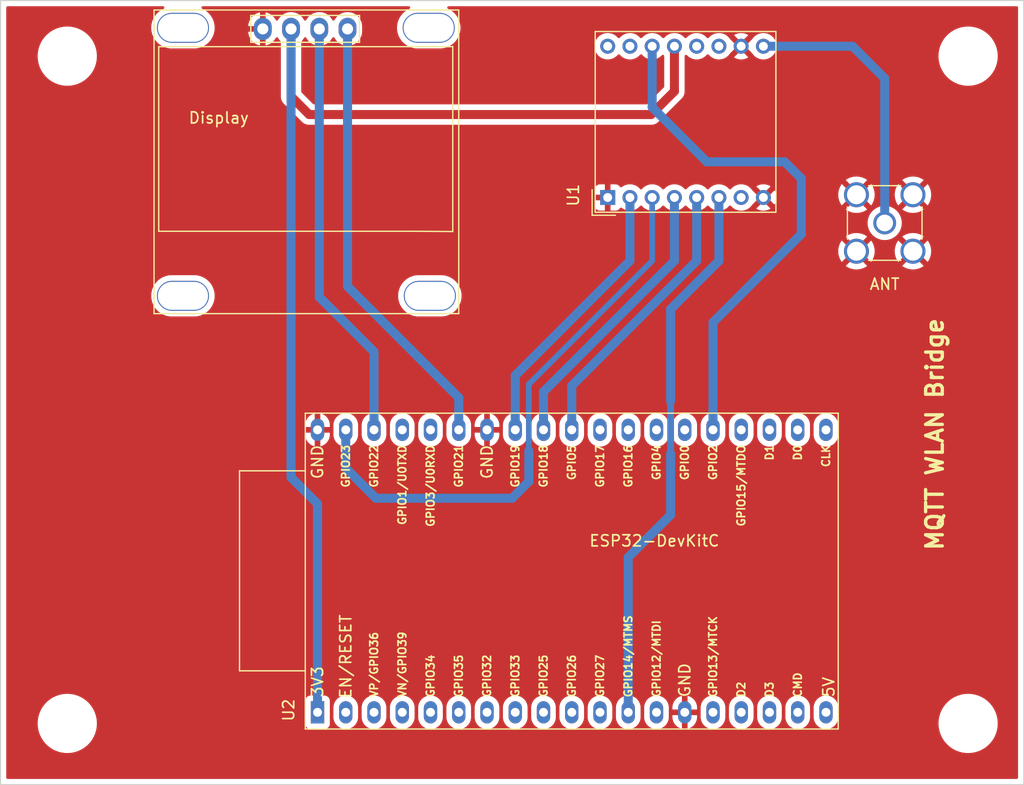
<source format=kicad_pcb>
(kicad_pcb (version 20211014) (generator pcbnew)
  (layers (0 "F.Cu" signal "Front") (31 "B.Cu" signal "Back") (34 "B.Paste" user) (35 "F.Paste" user) (36 "B.SilkS" user "B.Silkscreen") (37 "F.SilkS" user "F.Silkscreen") (38 "B.Mask" user) (39 "F.Mask" user) (44 "Edge.Cuts" user))
  (net 0 "")
  (net 1 "GND")
  (net 3 "+3.3V")
  (net 4 "MISO")
  (net 7 "MOSI")
  (net 8 "CLK")
  (net 11 "NSS")
  (net 28 "DI0")
  (net 29 "SDA")
  (net 33 "SCL")
  (net 34 "Net-(U1-Pad6)")
  (net 42 "Net-(J1-Pad1)")
  (footprint "MountingHole:MountingHole_4.3mm_M4" (layer "F.Cu") (at 154 32)
    (fp_text reference "REF**" hide)
    (fp_text value "MountingHole_4.3mm_M4" hide)
    (pad "" np_thru_hole circle (at 0 0) (size 4.3 4.3) (drill 4.3) (layers *.Cu *.Mask))
  )
  (footprint "Connector_Coaxial:SMA_Amphenol_901-144_Vertical" (layer "F.Cu") (at 146.5 47)
    (fp_text reference "ANT" (at 0 5.5) (layer "F.SilkS"))
    (fp_text value "Conn_Coaxial")
    (fp_line (start -3.355 -1.45) (end -3.355 1.45) (layer "F.SilkS") (width 0.12))
    (fp_line (start -1.45 3.355) (end 1.45 3.355) (layer "F.SilkS") (width 0.12))
    (fp_line (start -1.45 -3.355) (end 1.45 -3.355) (layer "F.SilkS") (width 0.12))
    (fp_line (start 3.355 -1.45) (end 3.355 1.45) (layer "F.SilkS") (width 0.12))
    (pad "1" thru_hole circle (at 0 0) (size 2.05 2.05) (drill 1.5) (layers *.Cu *.Mask) (net 42 "Net-(J1-Pad1)"))
    (pad "2" thru_hole circle (at -2.54 -2.54) (size 2.25 2.25) (drill 1.7) (layers *.Cu *.Mask) (net 1 "GND"))
    (pad "2" thru_hole circle (at 2.54 -2.54) (size 2.25 2.25) (drill 1.7) (layers *.Cu *.Mask) (net 1 "GND"))
    (pad "2" thru_hole circle (at 2.54 2.54) (size 2.25 2.25) (drill 1.7) (layers *.Cu *.Mask) (net 1 "GND"))
    (pad "2" thru_hole circle (at -2.54 2.54) (size 2.25 2.25) (drill 1.7) (layers *.Cu *.Mask) (net 1 "GND"))
  )
  (footprint "Espressif:ESP32-DevKitC" (layer "F.Cu") (at 95.5 91 90)
    (fp_text reference "U2" (at 0.2 -2.59656 90) (layer "F.SilkS"))
    (fp_text value "ESP32-DevKitC" (at 15.42 30.28688) (layer "F.SilkS"))
    (fp_text user "GPIO4" (at 24.13 30.48 90 unlocked) (layer "F.SilkS") (effects (font (size 0.7 0.7)) (justify right)))
    (fp_text user "3V3" (at 1.27 0 90 unlocked) (layer "F.SilkS") (effects (justify left)))
    (fp_text user "GPIO26" (at 1.27 22.86 90 unlocked) (layer "F.SilkS") (effects (font (size 0.7 0.7)) (justify left)))
    (fp_text user "5V" (at 1.26632 45.97128 90 unlocked) (layer "F.SilkS") (effects (justify left)))
    (fp_text user "D0" (at 24.13 43.18 90 unlocked) (layer "F.SilkS") (effects (font (size 0.7 0.7)) (justify right)))
    (fp_text user "GPIO2" (at 24.13 35.56 90 unlocked) (layer "F.SilkS") (effects (font (size 0.7 0.7)) (justify right)))
    (fp_text user "EN/RESET" (at 8.88632 2.53728 90 unlocked) (layer "F.SilkS") (effects (justify right)))
    (fp_text user "D1" (at 24.13 40.64 90 unlocked) (layer "F.SilkS") (effects (font (size 0.7 0.7)) (justify right)))
    (fp_text user "GPIO14/MTMS" (at 1.27 27.94 90 unlocked) (layer "F.SilkS") (effects (font (size 0.7 0.7)) (justify left)))
    (fp_text user "GPIO0" (at 24.13 33.02 90 unlocked) (layer "F.SilkS") (effects (font (size 0.7 0.7)) (justify right)))
    (fp_text user "GPIO12/MTDI" (at 1.27 30.48 90 unlocked) (layer "F.SilkS") (effects (font (size 0.7 0.7)) (justify left)))
    (fp_text user "GPIO18" (at 24.13 20.32 90 unlocked) (layer "F.SilkS") (effects (font (size 0.7 0.7)) (justify right)))
    (fp_text user "GPIO5" (at 24.13 22.86 90 unlocked) (layer "F.SilkS") (effects (font (size 0.7 0.7)) (justify right)))
    (fp_text user "GPIO16" (at 24.13 27.94 90 unlocked) (layer "F.SilkS") (effects (font (size 0.7 0.7)) (justify right)))
    (fp_text user "CLK" (at 24.13 45.72 90 unlocked) (layer "F.SilkS") (effects (font (size 0.7 0.7)) (justify right)))
    (fp_text user "GND" (at 24.13 0 90 unlocked) (layer "F.SilkS") (effects (justify right)))
    (fp_text user "GPIO22" (at 24.13 5.08 90 unlocked) (layer "F.SilkS") (effects (font (size 0.7 0.7)) (justify right)))
    (fp_text user "GPIO27" (at 1.27 25.4 90 unlocked) (layer "F.SilkS") (effects (font (size 0.7 0.7)) (justify left)))
    (fp_text user "GPIO23" (at 24.13 2.54 90 unlocked) (layer "F.SilkS") (effects (font (size 0.7 0.7)) (justify right)))
    (fp_text user "CMD" (at 1.27 43.18 90 unlocked) (layer "F.SilkS") (effects (font (size 0.7 0.7)) (justify left)))
    (fp_text user "GPIO1/U0TXD" (at 24.13 7.62 90 unlocked) (layer "F.SilkS") (effects (font (size 0.7 0.7)) (justify right)))
    (fp_text user "GPIO3/U0RXD" (at 24.13 10.16 90 unlocked) (layer "F.SilkS") (effects (font (size 0.7 0.7)) (justify right)))
    (fp_text user "GPIO17" (at 24.13 25.4 90 unlocked) (layer "F.SilkS") (effects (font (size 0.7 0.7)) (justify right)))
    (fp_text user "GPIO13/MTCK" (at 1.27 35.56 90 unlocked) (layer "F.SilkS") (effects (font (size 0.7 0.7)) (justify left)))
    (fp_text user "D2" (at 1.27 38.1 90 unlocked) (layer "F.SilkS") (effects (font (size 0.7 0.7)) (justify left)))
    (fp_text user "VP/GPIO36" (at 1.27 5.08 90 unlocked) (layer "F.SilkS") (effects (font (size 0.7 0.7)) (justify left)))
    (fp_text user "GPIO25" (at 1.27 20.32 90 unlocked) (layer "F.SilkS") (effects (font (size 0.7 0.7)) (justify left)))
    (fp_text user "GPIO32" (at 1.27 15.24 90 unlocked) (layer "F.SilkS") (effects (font (size 0.7 0.7)) (justify left)))
    (fp_text user "GPIO15/MTDO" (at 24.13 38.1 90 unlocked) (layer "F.SilkS") (effects (font (size 0.7 0.7)) (justify right)))
    (fp_text user "GPIO19" (at 24.13 17.78 90 unlocked) (layer "F.SilkS") (effects (font (size 0.7 0.7)) (justify right)))
    (fp_text user "GPIO34" (at 1.27 10.16 90 unlocked) (layer "F.SilkS") (effects (font (size 0.7 0.7)) (justify left)))
    (fp_text user "GPIO21" (at 24.13 12.7 90 unlocked) (layer "F.SilkS") (effects (font (size 0.7 0.7)) (justify right)))
    (fp_text user "GND" (at 24.13 15.24 90 unlocked) (layer "F.SilkS") (effects (justify right)))
    (fp_text user "GND" (at 1.27 33.02 90 unlocked) (layer "F.SilkS") (effects (justify left)))
    (fp_text user "GPIO33" (at 1.27 17.78 90 unlocked) (layer "F.SilkS") (effects (font (size 0.7 0.7)) (justify left)))
    (fp_text user "GPIO35" (at 1.27 12.7 90 unlocked) (layer "F.SilkS") (effects (font (size 0.7 0.7)) (justify left)))
    (fp_text user "VN/GPIO39" (at 1.27 7.62 90 unlocked) (layer "F.SilkS") (effects (font (size 0.7 0.7)) (justify left)))
    (fp_text user "D3" (at 1.27 40.64 90 unlocked) (layer "F.SilkS") (effects (font (size 0.7 0.7)) (justify left)))
    (fp_line (start 26.9 -1.1) (end -1.499999 -1.1) (layer "F.SilkS") (width 0.12))
    (fp_line (start 21.71332 -7.01312) (end 21.71332 -1.12032) (layer "F.SilkS") (width 0.12))
    (fp_line (start -1.499999 -1.1) (end -1.5 46.82) (layer "F.SilkS") (width 0.12))
    (fp_line (start 3.73012 -7.01312) (end 21.71332 -7.01312) (layer "F.SilkS") (width 0.12))
    (fp_line (start -1.5 46.82) (end 26.899999 46.82) (layer "F.SilkS") (width 0.12))
    (fp_line (start 26.899999 46.82) (end 26.9 -1.1) (layer "F.SilkS") (width 0.12))
    (fp_line (start 3.73012 -1.12032) (end 3.73012 -7.01312) (layer "F.SilkS") (width 0.12))
    (pad "1" thru_hole rect (at 0 0) (size 1.2 2) (drill 0.8) (layers *.Cu *.Mask) (net 3 "+3.3V"))
    (pad "2" thru_hole oval (at 0 2.54) (size 1.2 2) (drill 0.8) (layers *.Cu *.Mask))
    (pad "3" thru_hole oval (at 0 5.08) (size 1.2 2) (drill 0.8) (layers *.Cu *.Mask))
    (pad "4" thru_hole oval (at 0 7.62) (size 1.2 2) (drill 0.8) (layers *.Cu *.Mask))
    (pad "5" thru_hole oval (at 0 10.16) (size 1.2 2) (drill 0.8) (layers *.Cu *.Mask))
    (pad "6" thru_hole oval (at 0 12.7) (size 1.2 2) (drill 0.8) (layers *.Cu *.Mask))
    (pad "7" thru_hole oval (at 0 15.24) (size 1.2 2) (drill 0.8) (layers *.Cu *.Mask))
    (pad "8" thru_hole oval (at 0 17.78) (size 1.2 2) (drill 0.8) (layers *.Cu *.Mask))
    (pad "9" thru_hole oval (at 0 20.32) (size 1.2 2) (drill 0.8) (layers *.Cu *.Mask))
    (pad "10" thru_hole oval (at 0 22.86) (size 1.2 2) (drill 0.8) (layers *.Cu *.Mask))
    (pad "11" thru_hole oval (at 0 25.4) (size 1.2 2) (drill 0.8) (layers *.Cu *.Mask))
    (pad "12" thru_hole oval (at 0 27.94) (size 1.2 2) (drill 0.8) (layers *.Cu *.Mask) (net 34 "Net-(U1-Pad6)"))
    (pad "13" thru_hole oval (at 0 30.48) (size 1.2 2) (drill 0.8) (layers *.Cu *.Mask))
    (pad "14" thru_hole oval (at 0 33.02) (size 1.2 2) (drill 0.8) (layers *.Cu *.Mask) (net 1 "GND"))
    (pad "15" thru_hole oval (at 0 35.56) (size 1.2 2) (drill 0.8) (layers *.Cu *.Mask))
    (pad "16" thru_hole oval (at 0 38.1) (size 1.2 2) (drill 0.8) (layers *.Cu *.Mask))
    (pad "17" thru_hole oval (at 0 40.64) (size 1.2 2) (drill 0.8) (layers *.Cu *.Mask))
    (pad "18" thru_hole oval (at 0 43.18) (size 1.2 2) (drill 0.8) (layers *.Cu *.Mask))
    (pad "19" thru_hole oval (at 0 45.72) (size 1.2 2) (drill 0.8) (layers *.Cu *.Mask))
    (pad "20" thru_hole oval (at 25.39632 45.71728) (size 1.2 2) (drill 0.8) (layers *.Cu *.Mask))
    (pad "21" thru_hole oval (at 25.39632 43.17728) (size 1.2 2) (drill 0.8) (layers *.Cu *.Mask))
    (pad "22" thru_hole oval (at 25.4 40.64) (size 1.2 2) (drill 0.8) (layers *.Cu *.Mask))
    (pad "23" thru_hole oval (at 25.4 38.1) (size 1.2 2) (drill 0.8) (layers *.Cu *.Mask))
    (pad "24" thru_hole oval (at 25.4 35.56) (size 1.2 2) (drill 0.8) (layers *.Cu *.Mask) (net 28 "DI0"))
    (pad "25" thru_hole oval (at 25.4 33.02) (size 1.2 2) (drill 0.8) (layers *.Cu *.Mask))
    (pad "26" thru_hole oval (at 25.4 30.48) (size 1.2 2) (drill 0.8) (layers *.Cu *.Mask))
    (pad "27" thru_hole oval (at 25.4 27.94) (size 1.2 2) (drill 0.8) (layers *.Cu *.Mask))
    (pad "28" thru_hole oval (at 25.4 25.4) (size 1.2 2) (drill 0.8) (layers *.Cu *.Mask))
    (pad "29" thru_hole oval (at 25.4 22.86) (size 1.2 2) (drill 0.8) (layers *.Cu *.Mask) (net 11 "NSS"))
    (pad "30" thru_hole oval (at 25.4 20.32) (size 1.2 2) (drill 0.8) (layers *.Cu *.Mask) (net 8 "CLK"))
    (pad "31" thru_hole oval (at 25.4 17.78) (size 1.2 2) (drill 0.8) (layers *.Cu *.Mask) (net 4 "MISO"))
    (pad "32" thru_hole oval (at 25.4 15.24) (size 1.2 2) (drill 0.8) (layers *.Cu *.Mask) (net 1 "GND"))
    (pad "33" thru_hole oval (at 25.4 12.7) (size 1.2 2) (drill 0.8) (layers *.Cu *.Mask) (net 29 "SDA"))
    (pad "34" thru_hole oval (at 25.4 10.16) (size 1.2 2) (drill 0.8) (layers *.Cu *.Mask))
    (pad "35" thru_hole oval (at 25.4 7.62) (size 1.2 2) (drill 0.8) (layers *.Cu *.Mask))
    (pad "36" thru_hole oval (at 25.4 5.08) (size 1.2 2) (drill 0.8) (layers *.Cu *.Mask) (net 33 "SCL"))
    (pad "37" thru_hole oval (at 25.4 2.54) (size 1.2 2) (drill 0.8) (layers *.Cu *.Mask) (net 7 "MOSI"))
    (pad "38" thru_hole oval (at 25.4 0) (size 1.2 2) (drill 0.8) (layers *.Cu *.Mask) (net 1 "GND"))
  )
  (footprint "MountingHole:MountingHole_4.3mm_M4" (layer "F.Cu") (at 73 92)
    (fp_text reference "REF**" hide)
    (fp_text value "MountingHole_4.3mm_M4" hide)
    (pad "" np_thru_hole circle (at 0 0) (size 4.3 4.3) (drill 4.3) (layers *.Cu *.Mask))
  )
  (footprint "SSD1306:128x64OLED" (layer "F.Cu") (at 94.2 40.15)
    (fp_text reference "Display" (at -7.58 -2.6) (layer "F.SilkS"))
    (fp_text value "SSD1306")
    (fp_line (start -4.699 -11.811) (end 5.08 -11.811) (layer "F.SilkS") (width 0.12))
    (fp_line (start -13.4 -12.3) (end 14 -12.3) (layer "F.SilkS") (width 0.12))
    (fp_line (start 10.122 -9.005) (end 13.208 -9.005) (layer "F.SilkS") (width 0.12))
    (fp_line (start 10.122 7.595) (end -12.978 7.595) (layer "F.SilkS") (width 0.12))
    (fp_line (start 13.462 7.62) (end 13.462 -9.017) (layer "F.SilkS") (width 0.12))
    (fp_line (start 5.08 -11.811) (end 5.08 -9.398) (layer "F.SilkS") (width 0.12))
    (fp_line (start 14 -12.3) (end 14 15) (layer "F.SilkS") (width 0.12))
    (fp_line (start 5.08 -9.398) (end -4.699 -9.398) (layer "F.SilkS") (width 0.12))
    (fp_line (start -12.978 -9.005) (end 10.122 -9.005) (layer "F.SilkS") (width 0.12))
    (fp_line (start 13.462 -9.017) (end 13.208 -9.005) (layer "F.SilkS") (width 0.12))
    (fp_line (start -13.4 15) (end -13.4 -12.3) (layer "F.SilkS") (width 0.12))
    (fp_line (start 10.122 7.595) (end 13.462 7.62) (layer "F.SilkS") (width 0.12))
    (fp_line (start -12.978 7.595) (end -12.978 -9.005) (layer "F.SilkS") (width 0.12))
    (fp_line (start -4.699 -11.811) (end -4.699 -9.398) (layer "F.SilkS") (width 0.12))
    (fp_line (start 14 15) (end -13.4 15) (layer "F.SilkS") (width 0.12))
    (pad "" thru_hole oval locked (at 11.3 -10.7 180) (size 4.68 2.69) (drill oval 4.5 2.5) (layers *.Cu *.Mask))
    (pad "" thru_hole oval locked (at 11.4 13.4 180) (size 4.68 2.69) (drill oval 4.5 2.5) (layers *.Cu *.Mask))
    (pad "" thru_hole oval locked (at -10.8 13.4 180) (size 4.68 2.69) (drill oval 4.5 2.5) (layers *.Cu *.Mask))
    (pad "" thru_hole oval locked (at -10.8 -10.7 180) (size 4.68 2.69) (drill oval 4.5 2.5) (layers *.Cu *.Mask))
    (pad "1" thru_hole oval locked (at -3.62 -10.6 90) (size 2 1.6) (drill 1) (layers *.Cu *.Mask) (net 1 "GND"))
    (pad "2" thru_hole oval locked (at -1.08 -10.6 90) (size 2 1.6) (drill 1) (layers *.Cu *.Mask) (net 3 "+3.3V"))
    (pad "3" thru_hole oval locked (at 1.46 -10.6 90) (size 2 1.6) (drill 1) (layers *.Cu *.Mask) (net 33 "SCL"))
    (pad "4" thru_hole oval locked (at 4 -10.6 90) (size 2 1.6) (drill 1) (layers *.Cu *.Mask) (net 29 "SDA"))
  )
  (footprint "RF_Module:HOPERF_RFM9XW_THT" (layer "F.Cu") (at 121.5925 44.7075 90)
    (fp_text reference "U1" (at 0.2075 -3.0925 90) (layer "F.SilkS"))
    (fp_text value "RFM95W-868S2")
    (fp_line (start -1.6 0.7) (end -1.6 -1.4) (layer "F.SilkS") (width 0.12))
    (fp_line (start 14.925 15.125) (end -1.325 15.125) (layer "F.SilkS") (width 0.12))
    (fp_line (start -1.6 -1.4) (end 0.7 -1.4) (layer "F.SilkS") (width 0.12))
    (fp_line (start -1.325 -1.125) (end 14.925 -1.125) (layer "F.SilkS") (width 0.12))
    (fp_line (start -1.325 15.125) (end -1.325 -1.125) (layer "F.SilkS") (width 0.12))
    (fp_line (start 14.925 -1.125) (end 14.925 15.125) (layer "F.SilkS") (width 0.12))
    (pad "1" thru_hole rect locked (at 0 0 90) (size 1.35 1.35) (drill 0.8) (layers *.Cu *.Mask) (net 1 "GND"))
    (pad "2" thru_hole circle locked (at 0 2 90) (size 1.35 1.35) (drill 0.8) (layers *.Cu *.Mask) (net 4 "MISO"))
    (pad "3" thru_hole circle locked (at 0 4 90) (size 1.35 1.35) (drill 0.8) (layers *.Cu *.Mask) (net 7 "MOSI"))
    (pad "4" thru_hole circle locked (at 0 6 90) (size 1.35 1.35) (drill 0.8) (layers *.Cu *.Mask) (net 8 "CLK"))
    (pad "5" thru_hole circle locked (at 0 8 90) (size 1.35 1.35) (drill 0.8) (layers *.Cu *.Mask) (net 11 "NSS"))
    (pad "6" thru_hole circle locked (at 0 10 90) (size 1.35 1.35) (drill 0.8) (layers *.Cu *.Mask) (net 34 "Net-(U1-Pad6)"))
    (pad "7" thru_hole circle locked (at 0 12 90) (size 1.35 1.35) (drill 0.8) (layers *.Cu *.Mask))
    (pad "8" thru_hole circle locked (at 0 14 90) (size 1.35 1.35) (drill 0.8) (layers *.Cu *.Mask) (net 1 "GND"))
    (pad "9" thru_hole circle locked (at 13.6 14 90) (size 1.35 1.35) (drill 0.8) (layers *.Cu *.Mask) (net 42 "Net-(J1-Pad1)"))
    (pad "10" thru_hole circle locked (at 13.6 12 90) (size 1.35 1.35) (drill 0.8) (layers *.Cu *.Mask) (net 1 "GND"))
    (pad "11" thru_hole circle locked (at 13.6 10 90) (size 1.35 1.35) (drill 0.8) (layers *.Cu *.Mask))
    (pad "12" thru_hole circle locked (at 13.6 8 90) (size 1.35 1.35) (drill 0.8) (layers *.Cu *.Mask))
    (pad "13" thru_hole circle locked (at 13.6 6 90) (size 1.35 1.35) (drill 0.8) (layers *.Cu *.Mask) (net 3 "+3.3V"))
    (pad "14" thru_hole circle locked (at 13.6 4 90) (size 1.35 1.35) (drill 0.8) (layers *.Cu *.Mask) (net 28 "DI0"))
    (pad "15" thru_hole circle locked (at 13.6 2 90) (size 1.35 1.35) (drill 0.8) (layers *.Cu *.Mask))
    (pad "16" thru_hole circle locked (at 13.6 0 90) (size 1.35 1.35) (drill 0.8) (layers *.Cu *.Mask))
  )
  (footprint "MountingHole:MountingHole_4.3mm_M4" (layer "F.Cu") (at 73 32)
    (fp_text reference "REF**" hide)
    (fp_text value "MountingHole_4.3mm_M4" hide)
    (pad "" np_thru_hole circle (at 0 0) (size 4.3 4.3) (drill 4.3) (layers *.Cu *.Mask))
  )
  (footprint "MountingHole:MountingHole_4.3mm_M4" (layer "F.Cu") (at 154 92)
    (fp_text reference "REF**" hide)
    (fp_text value "MountingHole_4.3mm_M4" hide)
    (pad "" np_thru_hole circle (at 0 0) (size 4.3 4.3) (drill 4.3) (layers *.Cu *.Mask))
  )
  (gr_poly (pts (xy 159 97.5) (xy 67 97.5) (xy 67 27) (xy 159 27)) (layer "Edge.Cuts") (width 0.1) (fill none))
  (gr_text "MQTT WLAN Bridge" (at 151 66 90) (layer "F.SilkS") (effects (font (size 1.5 1.5) (thickness 0.3))))
  (segment (start 127.5925 35.1575) (end 127.5925 31.1075) (width 0.8128) (layer "F.Cu") (net 3))
  (segment (start 93.12 35.62) (end 94.75 37.25) (width 0.8128) (layer "F.Cu") (net 3))
  (segment (start 93.12 29.55) (end 93.12 35.62) (width 0.8128) (layer "F.Cu") (net 3))
  (segment (start 125.5 37.25) (end 127.5925 35.1575) (width 0.8128) (layer "F.Cu") (net 3))
  (segment (start 94.75 37.25) (end 125.5 37.25) (width 0.8128) (layer "F.Cu") (net 3))
  (segment (start 93.12 29.55) (end 93.12 69.87) (width 0.8128) (layer "B.Cu") (net 3))
  (segment (start 95.5 72.25) (end 93.12 69.87) (width 0.8128) (layer "B.Cu") (net 3))
  (segment (start 95.5 91) (end 95.5 72.25) (width 0.8128) (layer "B.Cu") (net 3))
  (segment (start 113.28 60.72) (end 113.28 65.6) (width 0.8128) (layer "B.Cu") (net 4))
  (segment (start 123.5925 50.4075) (end 113.28 60.72) (width 0.8128) (layer "B.Cu") (net 4))
  (segment (start 123.5925 44.7075) (end 123.5925 50.4075) (width 0.8128) (layer "B.Cu") (net 4))
  (segment (start 98.04 65.6) (end 98.04 69.04) (width 0.8128) (layer "B.Cu") (net 7))
  (segment (start 114.5 70.25) (end 114.5 67.5) (width 0.8128) (layer "B.Cu") (net 7))
  (segment (start 125.5925 44.7075) (end 125.5925 50.4075) (width 0.508) (layer "B.Cu") (net 7))
  (segment (start 98.04 69.04) (end 100.75 71.75) (width 0.8128) (layer "B.Cu") (net 7))
  (segment (start 100.75 71.75) (end 113 71.75) (width 0.8128) (layer "B.Cu") (net 7))
  (segment (start 114.5 61.5) (end 115.5 60.5) (width 0.508) (layer "B.Cu") (net 7))
  (segment (start 113 71.75) (end 114.5 70.25) (width 0.8128) (layer "B.Cu") (net 7))
  (segment (start 125.5925 50.4075) (end 115.5 60.5) (width 0.508) (layer "B.Cu") (net 7))
  (segment (start 114.5 67.5) (end 114.5 61.5) (width 0.508) (layer "B.Cu") (net 7))
  (segment (start 127.5925 44.7075) (end 127.5925 50.4075) (width 0.8128) (layer "B.Cu") (net 8))
  (segment (start 115.82 62.18) (end 115.82 65.6) (width 0.8128) (layer "B.Cu") (net 8))
  (segment (start 127.5925 50.4075) (end 115.82 62.18) (width 0.8128) (layer "B.Cu") (net 8))
  (segment (start 118.36 65.6) (end 118.36 61.64) (width 0.8128) (layer "B.Cu") (net 11))
  (segment (start 129.5925 50.4075) (end 129.5925 44.7075) (width 0.8128) (layer "B.Cu") (net 11))
  (segment (start 118.36 61.64) (end 129.5925 50.4075) (width 0.8128) (layer "B.Cu") (net 11))
  (segment (start 131.06 55.94) (end 131.06 65.6) (width 0.8128) (layer "B.Cu") (net 28))
  (segment (start 125.5925 31.1075) (end 125.5925 36.5925) (width 0.8128) (layer "B.Cu") (net 28))
  (segment (start 137.5 41.5) (end 139 43) (width 0.8128) (layer "B.Cu") (net 28))
  (segment (start 130.5 41.5) (end 137.5 41.5) (width 0.8128) (layer "B.Cu") (net 28))
  (segment (start 125.5925 36.5925) (end 130.5 41.5) (width 0.8128) (layer "B.Cu") (net 28))
  (segment (start 139 48) (end 131.06 55.94) (width 0.8128) (layer "B.Cu") (net 28))
  (segment (start 139 43) (end 139 48) (width 0.8128) (layer "B.Cu") (net 28))
  (segment (start 98.2 52.7) (end 98.2 29.55) (width 0.8128) (layer "B.Cu") (net 29))
  (segment (start 108.2 62.7) (end 98.2 52.7) (width 0.8128) (layer "B.Cu") (net 29))
  (segment (start 108.2 65.6) (end 108.2 62.7) (width 0.8128) (layer "B.Cu") (net 29))
  (segment (start 100.58 65.6) (end 100.58 58.58) (width 0.8128) (layer "B.Cu") (net 33))
  (segment (start 100.58 58.58) (end 95.66 53.66) (width 0.8128) (layer "B.Cu") (net 33))
  (segment (start 95.66 53.66) (end 95.66 29.55) (width 0.8128) (layer "B.Cu") (net 33))
  (segment (start 127.25 67.75) (end 127.25 73.25) (width 0.8128) (layer "B.Cu") (net 34))
  (segment (start 123.44 77.06) (end 127.25 73.25) (width 0.8128) (layer "B.Cu") (net 34))
  (segment (start 131.5925 50.4075) (end 131.5925 44.7075) (width 0.8128) (layer "B.Cu") (net 34))
  (segment (start 127.25 63) (end 127.25 54.75) (width 0.8128) (layer "B.Cu") (net 34))
  (segment (start 123.44 91) (end 123.44 77.06) (width 0.8128) (layer "B.Cu") (net 34))
  (segment (start 127.25 54.75) (end 131.5925 50.4075) (width 0.8128) (layer "B.Cu") (net 34))
  (segment (start 127.25 63) (end 127.25 67.75) (width 0.6096) (layer "B.Cu") (net 34))
  (segment (start 135.5925 31.1075) (end 143.6075 31.1075) (width 0.8128) (layer "B.Cu") (net 42))
  (segment (start 143.6075 31.1075) (end 146.5 34) (width 0.8128) (layer "B.Cu") (net 42))
  (segment (start 146.5 34) (end 146.5 47) (width 0.8128) (layer "B.Cu") (net 42))
  (zone (net 1) (net_name "GND") (layer "F.Cu") (connect_pads (clearance 0.508)) (min_thickness 0.254) (fill yes (thermal_gap 0.508) (thermal_bridge_width 0.508))
    (polygon (pts (xy 159 97.5) (xy 67 97.5) (xy 67 27) (xy 159 27)))
  )
)
</source>
